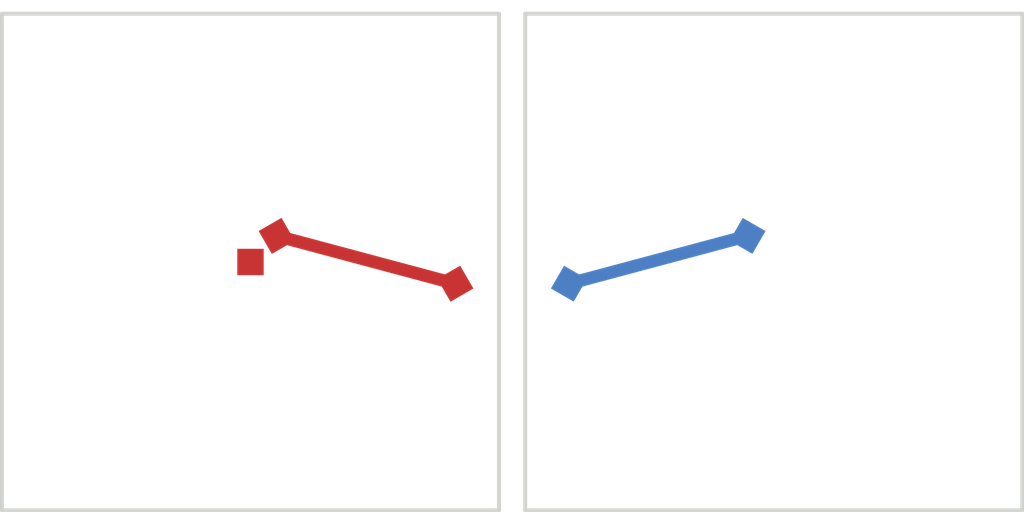
<source format=kicad_pcb>

            
(kicad_pcb (version 20171130) (host pcbnew 5.1.6)

  (page A3)
  (title_block
    (title main)
    (rev v1.0.0)
    (company Unknown)
  )

  (general
    (thickness 1.6)
  )

  (layers
    (0 F.Cu signal)
    (31 B.Cu signal)
    (32 B.Adhes user)
    (33 F.Adhes user)
    (34 B.Paste user)
    (35 F.Paste user)
    (36 B.SilkS user)
    (37 F.SilkS user)
    (38 B.Mask user)
    (39 F.Mask user)
    (40 Dwgs.User user)
    (41 Cmts.User user)
    (42 Eco1.User user)
    (43 Eco2.User user)
    (44 Edge.Cuts user)
    (45 Margin user)
    (46 B.CrtYd user)
    (47 F.CrtYd user)
    (48 B.Fab user)
    (49 F.Fab user)
  )

  (setup
    (last_trace_width 0.25)
    (trace_clearance 0.2)
    (zone_clearance 0.508)
    (zone_45_only no)
    (trace_min 0.2)
    (via_size 0.8)
    (via_drill 0.4)
    (via_min_size 0.4)
    (via_min_drill 0.3)
    (uvia_size 0.3)
    (uvia_drill 0.1)
    (uvias_allowed no)
    (uvia_min_size 0.2)
    (uvia_min_drill 0.1)
    (edge_width 0.05)
    (segment_width 0.2)
    (pcb_text_width 0.3)
    (pcb_text_size 1.5 1.5)
    (mod_edge_width 0.12)
    (mod_text_size 1 1)
    (mod_text_width 0.15)
    (pad_size 1.524 1.524)
    (pad_drill 0.762)
    (pad_to_mask_clearance 0.05)
    (aux_axis_origin 0 0)
    (visible_elements FFFFFF7F)
    (pcbplotparams
      (layerselection 0x010fc_ffffffff)
      (usegerberextensions false)
      (usegerberattributes true)
      (usegerberadvancedattributes true)
      (creategerberjobfile true)
      (excludeedgelayer true)
      (linewidth 0.100000)
      (plotframeref false)
      (viasonmask false)
      (mode 1)
      (useauxorigin false)
      (hpglpennumber 1)
      (hpglpenspeed 20)
      (hpglpendiameter 15.000000)
      (psnegative false)
      (psa4output false)
      (plotreference true)
      (plotvalue true)
      (plotinvisibletext false)
      (padsonsilk false)
      (subtractmaskfromsilk false)
      (outputformat 1)
      (mirror false)
      (drillshape 1)
      (scaleselection 1)
      (outputdirectory ""))
  )

            (net 0 "")
(net 1 "P1")
(net 2 "T6_1")
(net 3 "T6_2")
(net 4 "T6_3")
            
  (net_class Default "This is the default net class."
    (clearance 0.2)
    (trace_width 0.25)
    (via_dia 0.8)
    (via_drill 0.4)
    (uvia_dia 0.3)
    (uvia_drill 0.1)
    (add_net "")
(add_net "P1")
(add_net "T6_1")
(add_net "T6_2")
(add_net "T6_3")
  )

            

                (module trace_test (layer F.Cu) (tedit 5CF31DEF)

                    (at 1 -1 30)

                    (pad 1 smd rect (at 0 0 30) (size 1 1) (layers F.Cu F.Paste F.Mask)
                        (net 1 "P1") (solder_mask_margin 0.2))

                    (pad 2 smd rect (at 5 5 30) (size 1 1) (layers F.Cu F.Paste F.Mask)
                        (net 1 "P1") (solder_mask_margin 0.2))

                )

                (segment (start 1 -1) (end 7.830127 0.8301270000000001) (width 0.475) (layer F.Cu) (net 1))

            


                (module trace_test (layer B.Cu) (tedit 5CF31DEF)

                    (at 19 -1 -30)

                    (pad 1 smd rect (at 0 0 -30) (size 1 1) (layers B.Cu B.Paste B.Mask)
                        (net 1 "P1") (solder_mask_margin 0.2))

                    (pad 2 smd rect (at -5 5 -30) (size 1 1) (layers B.Cu B.Paste B.Mask)
                        (net 1 "P1") (solder_mask_margin 0.2))

                )

                (segment (start 19 -1) (end 12.169872999999999 0.8301270000000001) (width 0.475) (layer B.Cu) (net 1))

            


                (module trace_test (layer B.Cu) (tedit 5CF31DEF)

                    (at 19 -1 -30)

                    (pad 1 smd rect (at 0 0 -30) (size 1 1) (layers B.Cu B.Paste B.Mask)
                        (net 1 "P1") (solder_mask_margin 0.2))

                    (pad 2 smd rect (at -5 5 -30) (size 1 1) (layers B.Cu B.Paste B.Mask)
                        (net 1 "P1") (solder_mask_margin 0.2))

                )

                (segment (start 19 -1) (end 12.169872999999999 0.8301270000000001) (width 0.475) (layer B.Cu) (net 1))

            


                (module trace_test (layer F.Cu) (tedit 5CF31DEF)

                    (at 1 -1 30)

                    (pad 1 smd rect (at 0 0 30) (size 1 1) (layers F.Cu F.Paste F.Mask)
                        (net 1 "P1") (solder_mask_margin 0.2))

                    (pad 2 smd rect (at 5 5 30) (size 1 1) (layers F.Cu F.Paste F.Mask)
                        (net 1 "P1") (solder_mask_margin 0.2))

                )

                (segment (start 1 -1) (end 7.830127 0.8301270000000001) (width 0.475) (layer F.Cu) (net 1))

            


                (module zone_test (layer F.Cu) (tedit 5CF31DEF)

                    (at 1 -1 30)

                    (pad 1 smd rect (at 0 0 30) (size 1 1) (layers F.Cu F.Paste F.Mask)
                        (net 1 "P1") (solder_mask_margin 0.2))

                    (pad 2 smd rect (at 5 5 30) (size 1 1) (layers F.Cu F.Paste F.Mask)
                        (net 1 "P1") (solder_mask_margin 0.2))

                )

                (zone (net 1) (net_name P1) (layer F.Cu) (tstamp 0) (hatch full 0.508)
                    (connect_pads (clearance 0.508))
                    (min_thickness 0.254)
                    (fill yes (arc_segments 32) (thermal_gap 0.508) (thermal_bridge_width 0.508))
                    (polygon (pts (xy 7.830127 0.8301270000000001) (xy 2.830127 -7.830127) (xy -5.830127 -2.830127) (xy -0.8301270000000001 5.830127)))
                )

            
 

                (module dynamic_net_test (layer F.Cu) (tedit 5CF31DEF)

                    (at 0 0 0)

                    (pad 1 smd rect (at 0 0 0) (size 1 1) (layers F.Cu F.Paste F.Mask)
                        (net 2 "T6_1") (solder_mask_margin 0.2))

                    (pad 1 smd rect (at 0 0 0) (size 1 1) (layers F.Cu F.Paste F.Mask)
                        (net 3 "T6_2") (solder_mask_margin 0.2))

                    (pad 1 smd rect (at 0 0 0) (size 1 1) (layers F.Cu F.Paste F.Mask)
                        (net 4 "T6_3") (solder_mask_margin 0.2))

                )

            
 

                (module anchor_test (layer F.Cu) (tedit 5CF31DEF)

                    (at 0 0 0)

                    (fp_line (start 0 0) (end 10 -10) (layer Dwgs.User) (width 0.05))

                )

            
 

                (module anchor_test (layer F.Cu) (tedit 5CF31DEF)

                    (at 0 0 0)

                    (fp_line (start 0 0) (end 0 0) (layer Dwgs.User) (width 0.05))

                )

            
            (gr_line (start -9.5 9.5) (end 9.5 9.5) (angle 90) (layer Edge.Cuts) (width 0.15))
(gr_line (start 9.5 9.5) (end 9.5 -9.5) (angle 90) (layer Edge.Cuts) (width 0.15))
(gr_line (start 9.5 -9.5) (end -9.5 -9.5) (angle 90) (layer Edge.Cuts) (width 0.15))
(gr_line (start -9.5 -9.5) (end -9.5 9.5) (angle 90) (layer Edge.Cuts) (width 0.15))
(gr_line (start 10.5 9.5) (end 29.5 9.5) (angle 90) (layer Edge.Cuts) (width 0.15))
(gr_line (start 29.5 9.5) (end 29.5 -9.5) (angle 90) (layer Edge.Cuts) (width 0.15))
(gr_line (start 29.5 -9.5) (end 10.5 -9.5) (angle 90) (layer Edge.Cuts) (width 0.15))
(gr_line (start 10.5 -9.5) (end 10.5 9.5) (angle 90) (layer Edge.Cuts) (width 0.15))
            
)

        
</source>
